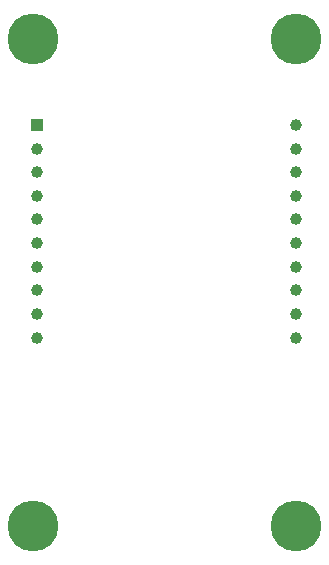
<source format=gbr>
%TF.GenerationSoftware,KiCad,Pcbnew,(6.0.11)*%
%TF.CreationDate,2023-03-01T16:43:23-07:00*%
%TF.ProjectId,Wirless-Module,5769726c-6573-4732-9d4d-6f64756c652e,rev?*%
%TF.SameCoordinates,Original*%
%TF.FileFunction,Soldermask,Bot*%
%TF.FilePolarity,Negative*%
%FSLAX46Y46*%
G04 Gerber Fmt 4.6, Leading zero omitted, Abs format (unit mm)*
G04 Created by KiCad (PCBNEW (6.0.11)) date 2023-03-01 16:43:23*
%MOMM*%
%LPD*%
G01*
G04 APERTURE LIST*
%ADD10C,1.008000*%
%ADD11R,1.008000X1.008000*%
%ADD12C,4.300000*%
G04 APERTURE END LIST*
D10*
%TO.C,U1*%
X188839000Y-82171500D03*
X188839000Y-84171500D03*
X188839000Y-86171500D03*
X188839000Y-88171500D03*
X188839000Y-90171500D03*
X188839000Y-92171500D03*
X188839000Y-94171500D03*
X188839000Y-96171500D03*
X188839000Y-98171500D03*
X188839000Y-100171500D03*
X166839000Y-100171500D03*
X166839000Y-98171500D03*
X166839000Y-96171500D03*
X166839000Y-94171500D03*
X166839000Y-92171500D03*
X166839000Y-90171500D03*
X166839000Y-88171500D03*
X166839000Y-86171500D03*
X166839000Y-84171500D03*
D11*
X166839000Y-82171500D03*
%TD*%
D12*
%TO.C,H4*%
X166560500Y-116141500D03*
%TD*%
%TO.C,H3*%
X188785500Y-74866500D03*
%TD*%
%TO.C,H2*%
X188785500Y-116141500D03*
%TD*%
%TO.C,H1*%
X166560500Y-74866500D03*
%TD*%
M02*

</source>
